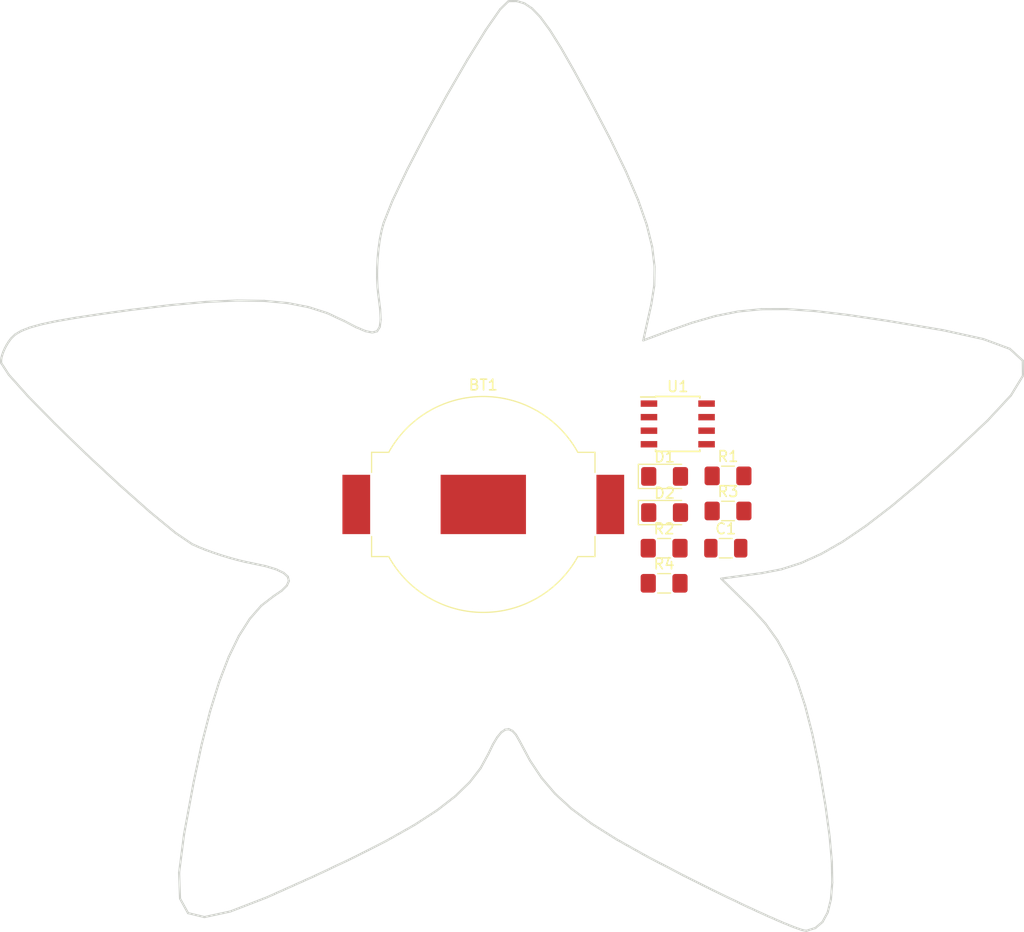
<source format=kicad_pcb>
(kicad_pcb (version 20171130) (host pcbnew 5.1.2-f72e74a~84~ubuntu18.04.1)

  (general
    (thickness 1.6)
    (drawings 216)
    (tracks 0)
    (zones 0)
    (modules 9)
    (nets 9)
  )

  (page A4)
  (layers
    (0 Top signal)
    (31 Bottom signal)
    (34 B.Paste user)
    (35 F.Paste user)
    (36 B.SilkS user)
    (37 F.SilkS user)
    (38 B.Mask user)
    (39 F.Mask user)
    (40 Dwgs.User user)
    (41 Cmts.User user)
    (42 Eco1.User user)
    (43 Eco2.User user)
    (44 Edge.Cuts user)
    (45 Margin user)
    (46 B.CrtYd user hide)
    (47 F.CrtYd user hide)
  )

  (setup
    (last_trace_width 0.1524)
    (user_trace_width 0.2032)
    (user_trace_width 0.4)
    (user_trace_width 0.5)
    (user_trace_width 0.6096)
    (user_trace_width 0.8)
    (user_trace_width 1)
    (user_trace_width 2)
    (trace_clearance 0.1524)
    (zone_clearance 0.508)
    (zone_45_only no)
    (trace_min 0.1524)
    (via_size 0.508)
    (via_drill 0.254)
    (via_min_size 0.508)
    (via_min_drill 0.254)
    (uvia_size 0.508)
    (uvia_drill 0.254)
    (uvias_allowed no)
    (uvia_min_size 0.2)
    (uvia_min_drill 0.1)
    (edge_width 0.15)
    (segment_width 0.2)
    (pcb_text_width 0.3)
    (pcb_text_size 1.5 1.5)
    (mod_edge_width 0.15)
    (mod_text_size 1 1)
    (mod_text_width 0.15)
    (pad_size 3.5 3.5)
    (pad_drill 3)
    (pad_to_mask_clearance 0.0762)
    (solder_mask_min_width 0.1016)
    (pad_to_paste_clearance -0.0762)
    (aux_axis_origin 0 0)
    (visible_elements FFFFFF7F)
    (pcbplotparams
      (layerselection 0x010fc_ffffffff)
      (usegerberextensions false)
      (usegerberattributes false)
      (usegerberadvancedattributes false)
      (creategerberjobfile false)
      (excludeedgelayer true)
      (linewidth 0.100000)
      (plotframeref false)
      (viasonmask false)
      (mode 1)
      (useauxorigin false)
      (hpglpennumber 1)
      (hpglpenspeed 20)
      (hpglpendiameter 15.000000)
      (psnegative false)
      (psa4output false)
      (plotreference true)
      (plotvalue true)
      (plotinvisibletext false)
      (padsonsilk false)
      (subtractmaskfromsilk false)
      (outputformat 1)
      (mirror false)
      (drillshape 1)
      (scaleselection 1)
      (outputdirectory ""))
  )

  (net 0 "")
  (net 1 +3V3)
  (net 2 GND)
  (net 3 "Net-(C1-Pad2)")
  (net 4 "Net-(D1-Pad2)")
  (net 5 "Net-(D1-Pad1)")
  (net 6 "Net-(D2-Pad1)")
  (net 7 "Net-(R1-Pad2)")
  (net 8 "Net-(U1-Pad5)")

  (net_class Default "This is the default net class."
    (clearance 0.1524)
    (trace_width 0.1524)
    (via_dia 0.508)
    (via_drill 0.254)
    (uvia_dia 0.508)
    (uvia_drill 0.254)
    (diff_pair_width 0.1524)
    (diff_pair_gap 0.1524)
    (add_net +3V3)
    (add_net GND)
    (add_net "Net-(C1-Pad2)")
    (add_net "Net-(D1-Pad1)")
    (add_net "Net-(D1-Pad2)")
    (add_net "Net-(D2-Pad1)")
    (add_net "Net-(R1-Pad2)")
    (add_net "Net-(U1-Pad5)")
  )

  (module Package_SO:SOIC-8_3.9x4.9mm_P1.27mm (layer Top) (tedit 5A02F2D3) (tstamp 5CE1B7F7)
    (at 167.455 87.701893)
    (descr "8-Lead Plastic Small Outline (SN) - Narrow, 3.90 mm Body [SOIC] (see Microchip Packaging Specification http://ww1.microchip.com/downloads/en/PackagingSpec/00000049BQ.pdf)")
    (tags "SOIC 1.27")
    (path /5CB43957)
    (attr smd)
    (fp_text reference U1 (at 0 -3.5) (layer F.SilkS)
      (effects (font (size 1 1) (thickness 0.15)))
    )
    (fp_text value LM555 (at 0 3.5) (layer F.Fab)
      (effects (font (size 1 1) (thickness 0.15)))
    )
    (fp_line (start -2.075 -2.525) (end -3.475 -2.525) (layer F.SilkS) (width 0.15))
    (fp_line (start -2.075 2.575) (end 2.075 2.575) (layer F.SilkS) (width 0.15))
    (fp_line (start -2.075 -2.575) (end 2.075 -2.575) (layer F.SilkS) (width 0.15))
    (fp_line (start -2.075 2.575) (end -2.075 2.43) (layer F.SilkS) (width 0.15))
    (fp_line (start 2.075 2.575) (end 2.075 2.43) (layer F.SilkS) (width 0.15))
    (fp_line (start 2.075 -2.575) (end 2.075 -2.43) (layer F.SilkS) (width 0.15))
    (fp_line (start -2.075 -2.575) (end -2.075 -2.525) (layer F.SilkS) (width 0.15))
    (fp_line (start -3.73 2.7) (end 3.73 2.7) (layer F.CrtYd) (width 0.05))
    (fp_line (start -3.73 -2.7) (end 3.73 -2.7) (layer F.CrtYd) (width 0.05))
    (fp_line (start 3.73 -2.7) (end 3.73 2.7) (layer F.CrtYd) (width 0.05))
    (fp_line (start -3.73 -2.7) (end -3.73 2.7) (layer F.CrtYd) (width 0.05))
    (fp_line (start -1.95 -1.45) (end -0.95 -2.45) (layer F.Fab) (width 0.1))
    (fp_line (start -1.95 2.45) (end -1.95 -1.45) (layer F.Fab) (width 0.1))
    (fp_line (start 1.95 2.45) (end -1.95 2.45) (layer F.Fab) (width 0.1))
    (fp_line (start 1.95 -2.45) (end 1.95 2.45) (layer F.Fab) (width 0.1))
    (fp_line (start -0.95 -2.45) (end 1.95 -2.45) (layer F.Fab) (width 0.1))
    (fp_text user %R (at 0 0) (layer F.Fab)
      (effects (font (size 1 1) (thickness 0.15)))
    )
    (pad 8 smd rect (at 2.7 -1.905) (size 1.55 0.6) (layers Top F.Paste F.Mask)
      (net 1 +3V3))
    (pad 7 smd rect (at 2.7 -0.635) (size 1.55 0.6) (layers Top F.Paste F.Mask)
      (net 7 "Net-(R1-Pad2)"))
    (pad 6 smd rect (at 2.7 0.635) (size 1.55 0.6) (layers Top F.Paste F.Mask)
      (net 3 "Net-(C1-Pad2)"))
    (pad 5 smd rect (at 2.7 1.905) (size 1.55 0.6) (layers Top F.Paste F.Mask)
      (net 8 "Net-(U1-Pad5)"))
    (pad 4 smd rect (at -2.7 1.905) (size 1.55 0.6) (layers Top F.Paste F.Mask)
      (net 1 +3V3))
    (pad 3 smd rect (at -2.7 0.635) (size 1.55 0.6) (layers Top F.Paste F.Mask)
      (net 5 "Net-(D1-Pad1)"))
    (pad 2 smd rect (at -2.7 -0.635) (size 1.55 0.6) (layers Top F.Paste F.Mask)
      (net 3 "Net-(C1-Pad2)"))
    (pad 1 smd rect (at -2.7 -1.905) (size 1.55 0.6) (layers Top F.Paste F.Mask)
      (net 2 GND))
    (model ${KISYS3DMOD}/Package_SO.3dshapes/SOIC-8_3.9x4.9mm_P1.27mm.wrl
      (at (xyz 0 0 0))
      (scale (xyz 1 1 1))
      (rotate (xyz 0 0 0))
    )
  )

  (module Resistor_SMD:R_1206_3216Metric_Pad1.42x1.75mm_HandSolder (layer Top) (tedit 5B301BBD) (tstamp 5CE1B7DA)
    (at 166.175 102.641893)
    (descr "Resistor SMD 1206 (3216 Metric), square (rectangular) end terminal, IPC_7351 nominal with elongated pad for handsoldering. (Body size source: http://www.tortai-tech.com/upload/download/2011102023233369053.pdf), generated with kicad-footprint-generator")
    (tags "resistor handsolder")
    (path /5CB50108)
    (attr smd)
    (fp_text reference R4 (at 0 -1.82) (layer F.SilkS)
      (effects (font (size 1 1) (thickness 0.15)))
    )
    (fp_text value 1k (at 0 1.82) (layer F.Fab)
      (effects (font (size 1 1) (thickness 0.15)))
    )
    (fp_text user %R (at 0 0) (layer F.Fab)
      (effects (font (size 0.8 0.8) (thickness 0.12)))
    )
    (fp_line (start 2.45 1.12) (end -2.45 1.12) (layer F.CrtYd) (width 0.05))
    (fp_line (start 2.45 -1.12) (end 2.45 1.12) (layer F.CrtYd) (width 0.05))
    (fp_line (start -2.45 -1.12) (end 2.45 -1.12) (layer F.CrtYd) (width 0.05))
    (fp_line (start -2.45 1.12) (end -2.45 -1.12) (layer F.CrtYd) (width 0.05))
    (fp_line (start -0.602064 0.91) (end 0.602064 0.91) (layer F.SilkS) (width 0.12))
    (fp_line (start -0.602064 -0.91) (end 0.602064 -0.91) (layer F.SilkS) (width 0.12))
    (fp_line (start 1.6 0.8) (end -1.6 0.8) (layer F.Fab) (width 0.1))
    (fp_line (start 1.6 -0.8) (end 1.6 0.8) (layer F.Fab) (width 0.1))
    (fp_line (start -1.6 -0.8) (end 1.6 -0.8) (layer F.Fab) (width 0.1))
    (fp_line (start -1.6 0.8) (end -1.6 -0.8) (layer F.Fab) (width 0.1))
    (pad 2 smd roundrect (at 1.4875 0) (size 1.425 1.75) (layers Top F.Paste F.Mask) (roundrect_rratio 0.175439)
      (net 2 GND))
    (pad 1 smd roundrect (at -1.4875 0) (size 1.425 1.75) (layers Top F.Paste F.Mask) (roundrect_rratio 0.175439)
      (net 6 "Net-(D2-Pad1)"))
    (model ${KISYS3DMOD}/Resistor_SMD.3dshapes/R_1206_3216Metric.wrl
      (at (xyz 0 0 0))
      (scale (xyz 1 1 1))
      (rotate (xyz 0 0 0))
    )
  )

  (module Resistor_SMD:R_1206_3216Metric_Pad1.42x1.75mm_HandSolder (layer Top) (tedit 5B301BBD) (tstamp 5CE1B7C9)
    (at 172.165 95.861893)
    (descr "Resistor SMD 1206 (3216 Metric), square (rectangular) end terminal, IPC_7351 nominal with elongated pad for handsoldering. (Body size source: http://www.tortai-tech.com/upload/download/2011102023233369053.pdf), generated with kicad-footprint-generator")
    (tags "resistor handsolder")
    (path /5CB4F2EF)
    (attr smd)
    (fp_text reference R3 (at 0 -1.82) (layer F.SilkS)
      (effects (font (size 1 1) (thickness 0.15)))
    )
    (fp_text value 1k (at 0 1.82) (layer F.Fab)
      (effects (font (size 1 1) (thickness 0.15)))
    )
    (fp_text user %R (at 0 0) (layer F.Fab)
      (effects (font (size 0.8 0.8) (thickness 0.12)))
    )
    (fp_line (start 2.45 1.12) (end -2.45 1.12) (layer F.CrtYd) (width 0.05))
    (fp_line (start 2.45 -1.12) (end 2.45 1.12) (layer F.CrtYd) (width 0.05))
    (fp_line (start -2.45 -1.12) (end 2.45 -1.12) (layer F.CrtYd) (width 0.05))
    (fp_line (start -2.45 1.12) (end -2.45 -1.12) (layer F.CrtYd) (width 0.05))
    (fp_line (start -0.602064 0.91) (end 0.602064 0.91) (layer F.SilkS) (width 0.12))
    (fp_line (start -0.602064 -0.91) (end 0.602064 -0.91) (layer F.SilkS) (width 0.12))
    (fp_line (start 1.6 0.8) (end -1.6 0.8) (layer F.Fab) (width 0.1))
    (fp_line (start 1.6 -0.8) (end 1.6 0.8) (layer F.Fab) (width 0.1))
    (fp_line (start -1.6 -0.8) (end 1.6 -0.8) (layer F.Fab) (width 0.1))
    (fp_line (start -1.6 0.8) (end -1.6 -0.8) (layer F.Fab) (width 0.1))
    (pad 2 smd roundrect (at 1.4875 0) (size 1.425 1.75) (layers Top F.Paste F.Mask) (roundrect_rratio 0.175439)
      (net 4 "Net-(D1-Pad2)"))
    (pad 1 smd roundrect (at -1.4875 0) (size 1.425 1.75) (layers Top F.Paste F.Mask) (roundrect_rratio 0.175439)
      (net 1 +3V3))
    (model ${KISYS3DMOD}/Resistor_SMD.3dshapes/R_1206_3216Metric.wrl
      (at (xyz 0 0 0))
      (scale (xyz 1 1 1))
      (rotate (xyz 0 0 0))
    )
  )

  (module Resistor_SMD:R_1206_3216Metric_Pad1.42x1.75mm_HandSolder (layer Top) (tedit 5B301BBD) (tstamp 5CE1B7B8)
    (at 166.175 99.351893)
    (descr "Resistor SMD 1206 (3216 Metric), square (rectangular) end terminal, IPC_7351 nominal with elongated pad for handsoldering. (Body size source: http://www.tortai-tech.com/upload/download/2011102023233369053.pdf), generated with kicad-footprint-generator")
    (tags "resistor handsolder")
    (path /5CB50538)
    (attr smd)
    (fp_text reference R2 (at 0 -1.82) (layer F.SilkS)
      (effects (font (size 1 1) (thickness 0.15)))
    )
    (fp_text value 10k (at 0 1.82) (layer F.Fab)
      (effects (font (size 1 1) (thickness 0.15)))
    )
    (fp_text user %R (at 0 0) (layer F.Fab)
      (effects (font (size 0.8 0.8) (thickness 0.12)))
    )
    (fp_line (start 2.45 1.12) (end -2.45 1.12) (layer F.CrtYd) (width 0.05))
    (fp_line (start 2.45 -1.12) (end 2.45 1.12) (layer F.CrtYd) (width 0.05))
    (fp_line (start -2.45 -1.12) (end 2.45 -1.12) (layer F.CrtYd) (width 0.05))
    (fp_line (start -2.45 1.12) (end -2.45 -1.12) (layer F.CrtYd) (width 0.05))
    (fp_line (start -0.602064 0.91) (end 0.602064 0.91) (layer F.SilkS) (width 0.12))
    (fp_line (start -0.602064 -0.91) (end 0.602064 -0.91) (layer F.SilkS) (width 0.12))
    (fp_line (start 1.6 0.8) (end -1.6 0.8) (layer F.Fab) (width 0.1))
    (fp_line (start 1.6 -0.8) (end 1.6 0.8) (layer F.Fab) (width 0.1))
    (fp_line (start -1.6 -0.8) (end 1.6 -0.8) (layer F.Fab) (width 0.1))
    (fp_line (start -1.6 0.8) (end -1.6 -0.8) (layer F.Fab) (width 0.1))
    (pad 2 smd roundrect (at 1.4875 0) (size 1.425 1.75) (layers Top F.Paste F.Mask) (roundrect_rratio 0.175439)
      (net 3 "Net-(C1-Pad2)"))
    (pad 1 smd roundrect (at -1.4875 0) (size 1.425 1.75) (layers Top F.Paste F.Mask) (roundrect_rratio 0.175439)
      (net 7 "Net-(R1-Pad2)"))
    (model ${KISYS3DMOD}/Resistor_SMD.3dshapes/R_1206_3216Metric.wrl
      (at (xyz 0 0 0))
      (scale (xyz 1 1 1))
      (rotate (xyz 0 0 0))
    )
  )

  (module Resistor_SMD:R_1206_3216Metric_Pad1.42x1.75mm_HandSolder (layer Top) (tedit 5B301BBD) (tstamp 5CE1B7A7)
    (at 172.165 92.571893)
    (descr "Resistor SMD 1206 (3216 Metric), square (rectangular) end terminal, IPC_7351 nominal with elongated pad for handsoldering. (Body size source: http://www.tortai-tech.com/upload/download/2011102023233369053.pdf), generated with kicad-footprint-generator")
    (tags "resistor handsolder")
    (path /5CB50B08)
    (attr smd)
    (fp_text reference R1 (at 0 -1.82) (layer F.SilkS)
      (effects (font (size 1 1) (thickness 0.15)))
    )
    (fp_text value 1k (at 0 1.82) (layer F.Fab)
      (effects (font (size 1 1) (thickness 0.15)))
    )
    (fp_text user %R (at 0 0) (layer F.Fab)
      (effects (font (size 0.8 0.8) (thickness 0.12)))
    )
    (fp_line (start 2.45 1.12) (end -2.45 1.12) (layer F.CrtYd) (width 0.05))
    (fp_line (start 2.45 -1.12) (end 2.45 1.12) (layer F.CrtYd) (width 0.05))
    (fp_line (start -2.45 -1.12) (end 2.45 -1.12) (layer F.CrtYd) (width 0.05))
    (fp_line (start -2.45 1.12) (end -2.45 -1.12) (layer F.CrtYd) (width 0.05))
    (fp_line (start -0.602064 0.91) (end 0.602064 0.91) (layer F.SilkS) (width 0.12))
    (fp_line (start -0.602064 -0.91) (end 0.602064 -0.91) (layer F.SilkS) (width 0.12))
    (fp_line (start 1.6 0.8) (end -1.6 0.8) (layer F.Fab) (width 0.1))
    (fp_line (start 1.6 -0.8) (end 1.6 0.8) (layer F.Fab) (width 0.1))
    (fp_line (start -1.6 -0.8) (end 1.6 -0.8) (layer F.Fab) (width 0.1))
    (fp_line (start -1.6 0.8) (end -1.6 -0.8) (layer F.Fab) (width 0.1))
    (pad 2 smd roundrect (at 1.4875 0) (size 1.425 1.75) (layers Top F.Paste F.Mask) (roundrect_rratio 0.175439)
      (net 7 "Net-(R1-Pad2)"))
    (pad 1 smd roundrect (at -1.4875 0) (size 1.425 1.75) (layers Top F.Paste F.Mask) (roundrect_rratio 0.175439)
      (net 1 +3V3))
    (model ${KISYS3DMOD}/Resistor_SMD.3dshapes/R_1206_3216Metric.wrl
      (at (xyz 0 0 0))
      (scale (xyz 1 1 1))
      (rotate (xyz 0 0 0))
    )
  )

  (module LED_SMD:LED_1206_3216Metric_Pad1.42x1.75mm_HandSolder (layer Top) (tedit 5B4B45C9) (tstamp 5CE1B796)
    (at 166.22 96.011893)
    (descr "LED SMD 1206 (3216 Metric), square (rectangular) end terminal, IPC_7351 nominal, (Body size source: http://www.tortai-tech.com/upload/download/2011102023233369053.pdf), generated with kicad-footprint-generator")
    (tags "LED handsolder")
    (path /5CB5226B)
    (attr smd)
    (fp_text reference D2 (at 0 -1.82) (layer F.SilkS)
      (effects (font (size 1 1) (thickness 0.15)))
    )
    (fp_text value LED (at 0 1.82) (layer F.Fab)
      (effects (font (size 1 1) (thickness 0.15)))
    )
    (fp_text user %R (at 0 0) (layer F.Fab)
      (effects (font (size 0.8 0.8) (thickness 0.12)))
    )
    (fp_line (start 2.45 1.12) (end -2.45 1.12) (layer F.CrtYd) (width 0.05))
    (fp_line (start 2.45 -1.12) (end 2.45 1.12) (layer F.CrtYd) (width 0.05))
    (fp_line (start -2.45 -1.12) (end 2.45 -1.12) (layer F.CrtYd) (width 0.05))
    (fp_line (start -2.45 1.12) (end -2.45 -1.12) (layer F.CrtYd) (width 0.05))
    (fp_line (start -2.46 1.135) (end 1.6 1.135) (layer F.SilkS) (width 0.12))
    (fp_line (start -2.46 -1.135) (end -2.46 1.135) (layer F.SilkS) (width 0.12))
    (fp_line (start 1.6 -1.135) (end -2.46 -1.135) (layer F.SilkS) (width 0.12))
    (fp_line (start 1.6 0.8) (end 1.6 -0.8) (layer F.Fab) (width 0.1))
    (fp_line (start -1.6 0.8) (end 1.6 0.8) (layer F.Fab) (width 0.1))
    (fp_line (start -1.6 -0.4) (end -1.6 0.8) (layer F.Fab) (width 0.1))
    (fp_line (start -1.2 -0.8) (end -1.6 -0.4) (layer F.Fab) (width 0.1))
    (fp_line (start 1.6 -0.8) (end -1.2 -0.8) (layer F.Fab) (width 0.1))
    (pad 2 smd roundrect (at 1.4875 0) (size 1.425 1.75) (layers Top F.Paste F.Mask) (roundrect_rratio 0.175439)
      (net 5 "Net-(D1-Pad1)"))
    (pad 1 smd roundrect (at -1.4875 0) (size 1.425 1.75) (layers Top F.Paste F.Mask) (roundrect_rratio 0.175439)
      (net 6 "Net-(D2-Pad1)"))
    (model ${KISYS3DMOD}/LED_SMD.3dshapes/LED_1206_3216Metric.wrl
      (at (xyz 0 0 0))
      (scale (xyz 1 1 1))
      (rotate (xyz 0 0 0))
    )
  )

  (module LED_SMD:LED_1206_3216Metric_Pad1.42x1.75mm_HandSolder (layer Top) (tedit 5B4B45C9) (tstamp 5CE1B783)
    (at 166.22 92.621893)
    (descr "LED SMD 1206 (3216 Metric), square (rectangular) end terminal, IPC_7351 nominal, (Body size source: http://www.tortai-tech.com/upload/download/2011102023233369053.pdf), generated with kicad-footprint-generator")
    (tags "LED handsolder")
    (path /5CB5169F)
    (attr smd)
    (fp_text reference D1 (at 0 -1.82) (layer F.SilkS)
      (effects (font (size 1 1) (thickness 0.15)))
    )
    (fp_text value LED (at 0 1.82) (layer F.Fab)
      (effects (font (size 1 1) (thickness 0.15)))
    )
    (fp_text user %R (at 0 0) (layer F.Fab)
      (effects (font (size 0.8 0.8) (thickness 0.12)))
    )
    (fp_line (start 2.45 1.12) (end -2.45 1.12) (layer F.CrtYd) (width 0.05))
    (fp_line (start 2.45 -1.12) (end 2.45 1.12) (layer F.CrtYd) (width 0.05))
    (fp_line (start -2.45 -1.12) (end 2.45 -1.12) (layer F.CrtYd) (width 0.05))
    (fp_line (start -2.45 1.12) (end -2.45 -1.12) (layer F.CrtYd) (width 0.05))
    (fp_line (start -2.46 1.135) (end 1.6 1.135) (layer F.SilkS) (width 0.12))
    (fp_line (start -2.46 -1.135) (end -2.46 1.135) (layer F.SilkS) (width 0.12))
    (fp_line (start 1.6 -1.135) (end -2.46 -1.135) (layer F.SilkS) (width 0.12))
    (fp_line (start 1.6 0.8) (end 1.6 -0.8) (layer F.Fab) (width 0.1))
    (fp_line (start -1.6 0.8) (end 1.6 0.8) (layer F.Fab) (width 0.1))
    (fp_line (start -1.6 -0.4) (end -1.6 0.8) (layer F.Fab) (width 0.1))
    (fp_line (start -1.2 -0.8) (end -1.6 -0.4) (layer F.Fab) (width 0.1))
    (fp_line (start 1.6 -0.8) (end -1.2 -0.8) (layer F.Fab) (width 0.1))
    (pad 2 smd roundrect (at 1.4875 0) (size 1.425 1.75) (layers Top F.Paste F.Mask) (roundrect_rratio 0.175439)
      (net 4 "Net-(D1-Pad2)"))
    (pad 1 smd roundrect (at -1.4875 0) (size 1.425 1.75) (layers Top F.Paste F.Mask) (roundrect_rratio 0.175439)
      (net 5 "Net-(D1-Pad1)"))
    (model ${KISYS3DMOD}/LED_SMD.3dshapes/LED_1206_3216Metric.wrl
      (at (xyz 0 0 0))
      (scale (xyz 1 1 1))
      (rotate (xyz 0 0 0))
    )
  )

  (module Capacitor_SMD:C_1206_3216Metric (layer Top) (tedit 5B301BBE) (tstamp 5CE1B770)
    (at 171.955 99.351893)
    (descr "Capacitor SMD 1206 (3216 Metric), square (rectangular) end terminal, IPC_7351 nominal, (Body size source: http://www.tortai-tech.com/upload/download/2011102023233369053.pdf), generated with kicad-footprint-generator")
    (tags capacitor)
    (path /5CB532FA)
    (attr smd)
    (fp_text reference C1 (at 0 -1.82) (layer F.SilkS)
      (effects (font (size 1 1) (thickness 0.15)))
    )
    (fp_text value 10uF (at 0 1.82) (layer F.Fab)
      (effects (font (size 1 1) (thickness 0.15)))
    )
    (fp_text user %R (at 0 0) (layer F.Fab)
      (effects (font (size 0.8 0.8) (thickness 0.12)))
    )
    (fp_line (start 2.28 1.12) (end -2.28 1.12) (layer F.CrtYd) (width 0.05))
    (fp_line (start 2.28 -1.12) (end 2.28 1.12) (layer F.CrtYd) (width 0.05))
    (fp_line (start -2.28 -1.12) (end 2.28 -1.12) (layer F.CrtYd) (width 0.05))
    (fp_line (start -2.28 1.12) (end -2.28 -1.12) (layer F.CrtYd) (width 0.05))
    (fp_line (start -0.602064 0.91) (end 0.602064 0.91) (layer F.SilkS) (width 0.12))
    (fp_line (start -0.602064 -0.91) (end 0.602064 -0.91) (layer F.SilkS) (width 0.12))
    (fp_line (start 1.6 0.8) (end -1.6 0.8) (layer F.Fab) (width 0.1))
    (fp_line (start 1.6 -0.8) (end 1.6 0.8) (layer F.Fab) (width 0.1))
    (fp_line (start -1.6 -0.8) (end 1.6 -0.8) (layer F.Fab) (width 0.1))
    (fp_line (start -1.6 0.8) (end -1.6 -0.8) (layer F.Fab) (width 0.1))
    (pad 2 smd roundrect (at 1.4 0) (size 1.25 1.75) (layers Top F.Paste F.Mask) (roundrect_rratio 0.2)
      (net 3 "Net-(C1-Pad2)"))
    (pad 1 smd roundrect (at -1.4 0) (size 1.25 1.75) (layers Top F.Paste F.Mask) (roundrect_rratio 0.2)
      (net 2 GND))
    (model ${KISYS3DMOD}/Capacitor_SMD.3dshapes/C_1206_3216Metric.wrl
      (at (xyz 0 0 0))
      (scale (xyz 1 1 1))
      (rotate (xyz 0 0 0))
    )
  )

  (module Battery:BatteryHolder_MPD_BC2003_1x2032 (layer Top) (tedit 5AED2918) (tstamp 5CE1B75F)
    (at 149.225 95.25)
    (descr http://www.memoryprotectiondevices.com/datasheets/BC-2003-datasheet.pdf)
    (tags "BC2003 CR2032 2032 Battery Holder")
    (path /5CB57B92)
    (attr smd)
    (fp_text reference BT1 (at 0 -11.2) (layer F.SilkS)
      (effects (font (size 1 1) (thickness 0.15)))
    )
    (fp_text value Battery_Cell (at 0 11.2) (layer F.Fab)
      (effects (font (size 1 1) (thickness 0.15)))
    )
    (fp_arc (start 0 0) (end -8.86291 4.885) (angle -122.3) (layer F.SilkS) (width 0.12))
    (fp_arc (start 0 0) (end 8.86291 -4.885) (angle -122.2752329) (layer F.SilkS) (width 0.12))
    (fp_arc (start 0 0) (end -8.94 5.01) (angle -121.3) (layer F.CrtYd) (width 0.05))
    (fp_line (start -10.6 5.01) (end -8.94 5.01) (layer F.CrtYd) (width 0.05))
    (fp_line (start -10.6 5.01) (end -10.6 3.03) (layer F.CrtYd) (width 0.05))
    (fp_line (start -13.45 3.03) (end -10.6 3.03) (layer F.CrtYd) (width 0.05))
    (fp_line (start -13.45 -3.03) (end -13.45 3.03) (layer F.CrtYd) (width 0.05))
    (fp_line (start -10.6 -3.03) (end -13.45 -3.03) (layer F.CrtYd) (width 0.05))
    (fp_line (start -10.6 -5.01) (end -10.6 -3.03) (layer F.CrtYd) (width 0.05))
    (fp_line (start -8.94 -5.01) (end -10.6 -5.01) (layer F.CrtYd) (width 0.05))
    (fp_line (start 8.94 5.01) (end 10.6 5.01) (layer F.CrtYd) (width 0.05))
    (fp_arc (start 0 0) (end 8.94 -5.01) (angle -121.4) (layer F.CrtYd) (width 0.05))
    (fp_line (start 10.6 5.01) (end 10.6 3.03) (layer F.CrtYd) (width 0.05))
    (fp_line (start 10.6 3.03) (end 13.45 3.03) (layer F.CrtYd) (width 0.05))
    (fp_line (start 13.45 -3.03) (end 13.45 3.03) (layer F.CrtYd) (width 0.05))
    (fp_line (start 10.6 -3.03) (end 13.45 -3.03) (layer F.CrtYd) (width 0.05))
    (fp_line (start 10.6 -5.01) (end 10.6 -3.03) (layer F.CrtYd) (width 0.05))
    (fp_line (start 8.94 -5.01) (end 10.6 -5.01) (layer F.CrtYd) (width 0.05))
    (fp_line (start 10.47 4.885) (end 8.86291 4.885) (layer F.SilkS) (width 0.12))
    (fp_line (start -10.47 4.885) (end -8.86291 4.885) (layer F.SilkS) (width 0.12))
    (fp_line (start 10.47 -4.885) (end 8.86291 -4.885) (layer F.SilkS) (width 0.12))
    (fp_line (start 10.47 3) (end 10.47 4.885) (layer F.SilkS) (width 0.12))
    (fp_line (start -10.47 3) (end -10.47 4.885) (layer F.SilkS) (width 0.12))
    (fp_line (start 10.47 -3) (end 10.47 -4.885) (layer F.SilkS) (width 0.12))
    (fp_line (start -10.47 -3) (end -10.47 -4.885) (layer F.SilkS) (width 0.12))
    (fp_line (start -10.47 -4.885) (end -8.86291 -4.885) (layer F.SilkS) (width 0.12))
    (fp_text user %R (at 0 0) (layer F.Fab)
      (effects (font (size 1 1) (thickness 0.15)))
    )
    (fp_line (start -12.7 -1.825) (end -12.7 1.825) (layer F.Fab) (width 0.1))
    (fp_line (start -12.7 1.825) (end -12 2.525) (layer F.Fab) (width 0.1))
    (fp_line (start -12.7 -1.825) (end -12 -2.525) (layer F.Fab) (width 0.1))
    (fp_line (start -10.35 2.525) (end -12 2.525) (layer F.Fab) (width 0.1))
    (fp_line (start -10.35 -2.525) (end -12 -2.525) (layer F.Fab) (width 0.1))
    (fp_line (start 12.7 -1.825) (end 12.7 1.825) (layer F.Fab) (width 0.1))
    (fp_line (start 12.7 1.825) (end 12 2.525) (layer F.Fab) (width 0.1))
    (fp_line (start 12.7 -1.825) (end 12 -2.525) (layer F.Fab) (width 0.1))
    (fp_line (start 10.35 -2.525) (end 12 -2.525) (layer F.Fab) (width 0.1))
    (fp_line (start 10.35 2.525) (end 12 2.525) (layer F.Fab) (width 0.1))
    (fp_line (start 10.35 4.765) (end 10.35 -4.765) (layer F.Fab) (width 0.1))
    (fp_line (start -10.35 4.765) (end -10.35 -4.765) (layer F.Fab) (width 0.1))
    (fp_line (start -10.35 -4.765) (end 10.35 -4.765) (layer F.Fab) (width 0.1))
    (fp_line (start -10.35 4.765) (end 10.35 4.765) (layer F.Fab) (width 0.1))
    (pad 1 smd rect (at -11.905 0) (size 2.6 5.56) (layers Top F.Paste F.Mask)
      (net 1 +3V3))
    (pad 1 smd rect (at 11.905 0) (size 2.6 5.56) (layers Top F.Paste F.Mask)
      (net 1 +3V3))
    (pad 2 smd rect (at 0 0) (size 8 5.56) (layers Top F.Paste F.Mask)
      (net 2 GND))
    (model ${KISYS3DMOD}/Battery.3dshapes/BatteryHolder_MPD_BC2003_1x2032.wrl
      (at (xyz 0 0 0))
      (scale (xyz 1 1 1))
      (rotate (xyz 0 0 0))
    )
  )

  (gr_line (start 104.741094 79.98668) (end 104.952337 79.69963) (layer Edge.Cuts) (width 0.2))
  (gr_line (start 112.015735 90.53334) (end 109.055972 87.66438) (layer Edge.Cuts) (width 0.2))
  (gr_line (start 142.78094 125.29023) (end 140.207863 126.746281) (layer Edge.Cuts) (width 0.2))
  (gr_line (start 148.973881 119.97039) (end 147.955 121.285) (layer Edge.Cuts) (width 0.2))
  (gr_line (start 139.607267 77.931141) (end 139.556447 76.93972) (layer Edge.Cuts) (width 0.2))
  (gr_line (start 137.139298 128.31308) (end 133.532469 130.02078) (layer Edge.Cuts) (width 0.2))
  (gr_line (start 172.478805 102.07215) (end 172.003272 102.13655) (layer Edge.Cuts) (width 0.2))
  (gr_line (start 150.132073 117.73877) (end 149.711154 118.61575) (layer Edge.Cuts) (width 0.2))
  (gr_line (start 130.333522 103.32842) (end 130.81157 102.85339) (layer Edge.Cuts) (width 0.2))
  (gr_line (start 165.009192 79.57886) (end 165.271335 79.48086) (layer Edge.Cuts) (width 0.2))
  (gr_line (start 168.085768 130.07597) (end 168.085755 130.07588) (layer Edge.Cuts) (width 0.2))
  (gr_line (start 180.32939 77.12109) (end 183.464314 77.49481) (layer Edge.Cuts) (width 0.2))
  (gr_line (start 134.594852 77.31298) (end 136.17515 78.04886) (layer Edge.Cuts) (width 0.2))
  (gr_line (start 164.484907 79.77506) (end 164.74705 79.67696) (layer Edge.Cuts) (width 0.2))
  (gr_line (start 172.201832 132.11431) (end 170.194148 131.13337) (layer Edge.Cuts) (width 0.2))
  (gr_line (start 198.687556 85.02447) (end 196.479507 87.40303) (layer Edge.Cuts) (width 0.2))
  (gr_line (start 139.518887 78.61567) (end 139.607267 77.931141) (layer Edge.Cuts) (width 0.2))
  (gr_line (start 123.158616 99.49085) (end 122.50234 99.22689) (layer Edge.Cuts) (width 0.2))
  (gr_line (start 176.784807 107.96897) (end 177.761406 109.73239) (layer Edge.Cuts) (width 0.2))
  (gr_line (start 119.919112 76.56141) (end 123.246172 76.26399) (layer Edge.Cuts) (width 0.2))
  (gr_line (start 196.112669 79.7519) (end 198.579767 80.66377) (layer Edge.Cuts) (width 0.2))
  (gr_line (start 106.719383 78.66678) (end 107.809195 78.36477) (layer Edge.Cuts) (width 0.2))
  (gr_line (start 179.39102 114.10673) (end 180.081985 116.81952) (layer Edge.Cuts) (width 0.2))
  (gr_line (start 166.319906 79.088461) (end 168.771443 78.2252) (layer Edge.Cuts) (width 0.2))
  (gr_line (start 164.411464 79.021441) (end 164.317114 79.4473) (layer Edge.Cuts) (width 0.2))
  (gr_line (start 161.083826 60.90881) (end 162.582066 64.00837) (layer Edge.Cuts) (width 0.2))
  (gr_line (start 142.115773 63.82095) (end 143.872724 60.42783) (layer Edge.Cuts) (width 0.2))
  (gr_line (start 174.38094 101.81455) (end 173.905406 101.87895) (layer Edge.Cuts) (width 0.2))
  (gr_line (start 181.938426 130.69056) (end 181.808891 132.27612) (layer Edge.Cuts) (width 0.2))
  (gr_line (start 150.909 116.61331) (end 150.530328 117.07172) (layer Edge.Cuts) (width 0.2))
  (gr_line (start 165.055981 71.09855) (end 165.283029 72.9782) (layer Edge.Cuts) (width 0.2))
  (gr_line (start 185.107474 97.24578) (end 182.916964 98.73498) (layer Edge.Cuts) (width 0.2))
  (gr_line (start 129.825516 101.33777) (end 128.844082 101.03907) (layer Edge.Cuts) (width 0.2))
  (gr_line (start 130.902335 102.02504) (end 130.51091 101.66536) (layer Edge.Cuts) (width 0.2))
  (gr_line (start 104.549707 80.29207) (end 104.741094 79.98668) (layer Edge.Cuts) (width 0.2))
  (gr_line (start 137.308324 78.63568) (end 138.186031 79.003311) (layer Edge.Cuts) (width 0.2))
  (gr_line (start 120.366197 97.90946) (end 117.983872 95.95288) (layer Edge.Cuts) (width 0.2))
  (gr_line (start 192.336392 78.91922) (end 196.112669 79.7519) (layer Edge.Cuts) (width 0.2))
  (gr_line (start 175.332007 101.68575) (end 174.856473 101.75015) (layer Edge.Cuts) (width 0.2))
  (gr_line (start 123.081376 133.92719) (end 121.549467 133.55407) (layer Edge.Cuts) (width 0.2))
  (gr_line (start 177.761406 109.73239) (end 178.623818 111.76133) (layer Edge.Cuts) (width 0.2))
  (gr_line (start 127.336463 105.9714) (end 128.418667 104.73346) (layer Edge.Cuts) (width 0.2))
  (gr_line (start 104.132514 81.22455) (end 104.241635 80.92038) (layer Edge.Cuts) (width 0.2))
  (gr_line (start 172.609768 103.2637) (end 172.970445 103.61795) (layer Edge.Cuts) (width 0.2))
  (gr_line (start 183.464314 77.49481) (end 187.194779 78.05074) (layer Edge.Cuts) (width 0.2))
  (gr_line (start 105.916083 78.98126) (end 106.719383 78.66678) (layer Edge.Cuts) (width 0.2))
  (gr_line (start 104.023016 81.76607) (end 104.05838 81.50957) (layer Edge.Cuts) (width 0.2))
  (gr_line (start 178.996294 100.74422) (end 177.158909 101.33161) (layer Edge.Cuts) (width 0.2))
  (gr_line (start 168.08574 130.07578) (end 168.085725 130.07568) (layer Edge.Cuts) (width 0.2))
  (gr_line (start 190.216911 93.12984) (end 187.522919 95.38862) (layer Edge.Cuts) (width 0.2))
  (gr_line (start 124.630504 100.00419) (end 123.875707 99.7524) (layer Edge.Cuts) (width 0.2))
  (gr_line (start 168.085695 130.07549) (end 168.085681 130.07539) (layer Edge.Cuts) (width 0.2))
  (gr_line (start 128.418667 104.73346) (end 129.569792 103.84828) (layer Edge.Cuts) (width 0.2))
  (gr_line (start 174.061978 132.9978) (end 172.201832 132.11431) (layer Edge.Cuts) (width 0.2))
  (gr_line (start 149.711154 118.61575) (end 148.973881 119.97039) (layer Edge.Cuts) (width 0.2))
  (gr_line (start 152.353016 48.06418) (end 153.071877 48.27468) (layer Edge.Cuts) (width 0.2))
  (gr_line (start 125.399895 100.23883) (end 124.630504 100.00419) (layer Edge.Cuts) (width 0.2))
  (gr_line (start 128.956168 132.07201) (end 125.511373 133.40365) (layer Edge.Cuts) (width 0.2))
  (gr_line (start 165.283029 72.9782) (end 165.249289 74.7422) (layer Edge.Cuts) (width 0.2))
  (gr_line (start 177.152234 134.38813) (end 175.727731 133.76277) (layer Edge.Cuts) (width 0.2))
  (gr_line (start 180.897775 99.8899) (end 178.996294 100.74422) (layer Edge.Cuts) (width 0.2))
  (gr_line (start 125.362958 109.54252) (end 126.319215 107.57135) (layer Edge.Cuts) (width 0.2))
  (gr_line (start 139.268154 74.00084) (end 139.273154 73.10507) (layer Edge.Cuts) (width 0.2))
  (gr_line (start 180.358227 134.948591) (end 179.509669 135.215811) (layer Edge.Cuts) (width 0.2))
  (gr_line (start 168.771443 78.2252) (end 170.992848 77.585201) (layer Edge.Cuts) (width 0.2))
  (gr_line (start 104.38196 80.60643) (end 104.549707 80.29207) (layer Edge.Cuts) (width 0.2))
  (gr_line (start 196.479507 87.40303) (end 193.243064 90.43574) (layer Edge.Cuts) (width 0.2))
  (gr_line (start 173.121734 77.16163) (end 175.295711 76.94764) (layer Edge.Cuts) (width 0.2))
  (gr_line (start 104.952337 79.69963) (end 105.345124 79.32121) (layer Edge.Cuts) (width 0.2))
  (gr_line (start 181.808891 132.27612) (end 181.504542 133.50008) (layer Edge.Cuts) (width 0.2))
  (gr_line (start 104.030206 81.98468) (end 104.023016 81.76607) (layer Edge.Cuts) (width 0.2))
  (gr_line (start 153.60536 119.25466) (end 152.616361 117.40603) (layer Edge.Cuts) (width 0.2))
  (gr_line (start 180.715689 119.95064) (end 181.311107 123.55102) (layer Edge.Cuts) (width 0.2))
  (gr_line (start 175.675047 106.42013) (end 176.784807 107.96897) (layer Edge.Cuts) (width 0.2))
  (gr_line (start 123.246172 76.26399) (end 126.150718 76.13206) (layer Edge.Cuts) (width 0.2))
  (gr_line (start 187.522919 95.38862) (end 185.107474 97.24578) (layer Edge.Cuts) (width 0.2))
  (gr_line (start 181.022086 134.38379) (end 180.358227 134.948591) (layer Edge.Cuts) (width 0.2))
  (gr_line (start 181.68624 126.34935) (end 181.896446 128.72209) (layer Edge.Cuts) (width 0.2))
  (gr_line (start 123.875707 99.7524) (end 123.158616 99.49085) (layer Edge.Cuts) (width 0.2))
  (gr_line (start 164.883214 76.89213) (end 164.788864 77.31799) (layer Edge.Cuts) (width 0.2))
  (gr_line (start 172.970445 103.61795) (end 173.331122 103.9722) (layer Edge.Cuts) (width 0.2))
  (gr_line (start 157.733598 54.59513) (end 159.210779 57.31494) (layer Edge.Cuts) (width 0.2))
  (gr_line (start 107.809195 78.36477) (end 109.239691 78.06224) (layer Edge.Cuts) (width 0.2))
  (gr_line (start 172.249092 102.90945) (end 172.609768 103.2637) (layer Edge.Cuts) (width 0.2))
  (gr_line (start 139.389684 75.62386) (end 139.306314 74.84965) (layer Edge.Cuts) (width 0.2))
  (gr_line (start 159.210779 57.31494) (end 161.083826 60.90881) (layer Edge.Cuts) (width 0.2))
  (gr_line (start 123.617555 114.63554) (end 124.463727 111.89418) (layer Edge.Cuts) (width 0.2))
  (gr_line (start 178.623818 111.76133) (end 179.39102 114.10673) (layer Edge.Cuts) (width 0.2))
  (gr_line (start 164.222764 79.87316) (end 164.484907 79.77506) (layer Edge.Cuts) (width 0.2))
  (gr_line (start 181.896446 128.72209) (end 181.938426 130.69056) (layer Edge.Cuts) (width 0.2))
  (gr_line (start 146.611733 122.58974) (end 144.901305 123.91477) (layer Edge.Cuts) (width 0.2))
  (gr_line (start 164.788864 77.31799) (end 164.694514 77.74385) (layer Edge.Cuts) (width 0.2))
  (gr_line (start 143.872724 60.42783) (end 145.806554 56.90192) (layer Edge.Cuts) (width 0.2))
  (gr_line (start 126.890022 100.62716) (end 126.160771 100.44894) (layer Edge.Cuts) (width 0.2))
  (gr_line (start 187.194779 78.05074) (end 192.336392 78.91922) (layer Edge.Cuts) (width 0.2))
  (gr_line (start 104.241635 80.92038) (end 104.38196 80.60643) (layer Edge.Cuts) (width 0.2))
  (gr_line (start 175.295711 76.94764) (end 177.652392 76.93644) (layer Edge.Cuts) (width 0.2))
  (gr_line (start 168.085784 130.07607) (end 168.085768 130.07597) (layer Edge.Cuts) (width 0.2))
  (gr_line (start 115.096044 93.39517) (end 112.015735 90.53334) (layer Edge.Cuts) (width 0.2))
  (gr_line (start 178.288628 134.8528) (end 177.152234 134.38813) (layer Edge.Cuts) (width 0.2))
  (gr_line (start 127.564537 100.7661) (end 126.890022 100.62716) (layer Edge.Cuts) (width 0.2))
  (gr_line (start 125.511373 133.40365) (end 123.081376 133.92719) (layer Edge.Cuts) (width 0.2))
  (gr_line (start 162.582066 64.00837) (end 163.728303 66.68936) (layer Edge.Cuts) (width 0.2))
  (gr_line (start 151.619908 116.31727) (end 151.271167 116.36227) (layer Edge.Cuts) (width 0.2))
  (gr_line (start 126.319215 107.57135) (end 127.336463 105.9714) (layer Edge.Cuts) (width 0.2))
  (gr_line (start 151.271167 116.36227) (end 150.909 116.61331) (layer Edge.Cuts) (width 0.2))
  (gr_line (start 139.273154 73.10507) (end 139.319364 72.18997) (layer Edge.Cuts) (width 0.2))
  (gr_line (start 164.505814 78.595581) (end 164.411464 79.021441) (layer Edge.Cuts) (width 0.2))
  (gr_line (start 113.339413 77.40367) (end 116.116982 77.02163) (layer Edge.Cuts) (width 0.2))
  (gr_line (start 173.691799 104.32645) (end 174.052475 104.6807) (layer Edge.Cuts) (width 0.2))
  (gr_line (start 131.001865 102.41999) (end 130.902335 102.02504) (layer Edge.Cuts) (width 0.2))
  (gr_line (start 153.798784 48.75978) (end 154.581073 49.57693) (layer Edge.Cuts) (width 0.2))
  (gr_line (start 121.549467 133.55407) (end 120.798937 132.19576) (layer Edge.Cuts) (width 0.2))
  (gr_line (start 164.600164 78.169721) (end 164.505814 78.595581) (layer Edge.Cuts) (width 0.2))
  (gr_line (start 164.74705 79.67696) (end 165.009192 79.57886) (layer Edge.Cuts) (width 0.2))
  (gr_line (start 198.579767 80.66377) (end 199.793843 81.76983) (layer Edge.Cuts) (width 0.2))
  (gr_line (start 172.954339 102.00775) (end 172.478805 102.07215) (layer Edge.Cuts) (width 0.2))
  (gr_line (start 165.271335 79.48086) (end 165.533478 79.38276) (layer Edge.Cuts) (width 0.2))
  (gr_line (start 104.750182 83.09305) (end 104.030206 81.98468) (layer Edge.Cuts) (width 0.2))
  (gr_line (start 130.51091 101.66536) (end 129.825516 101.33777) (layer Edge.Cuts) (width 0.2))
  (gr_line (start 122.820479 117.77586) (end 123.617555 114.63554) (layer Edge.Cuts) (width 0.2))
  (gr_line (start 174.856473 101.75015) (end 174.38094 101.81455) (layer Edge.Cuts) (width 0.2))
  (gr_line (start 140.721492 66.75128) (end 142.115773 63.82095) (layer Edge.Cuts) (width 0.2))
  (gr_line (start 173.429873 101.94335) (end 172.954339 102.00775) (layer Edge.Cuts) (width 0.2))
  (gr_line (start 139.268058 79.01085) (end 139.518887 78.61567) (layer Edge.Cuts) (width 0.2))
  (gr_line (start 139.404734 71.28316) (end 139.527254 70.41227) (layer Edge.Cuts) (width 0.2))
  (gr_line (start 117.983872 95.95288) (end 115.096044 93.39517) (layer Edge.Cuts) (width 0.2))
  (gr_line (start 174.052475 104.6807) (end 174.413152 105.03495) (layer Edge.Cuts) (width 0.2))
  (gr_line (start 170.992848 77.585201) (end 173.121734 77.16163) (layer Edge.Cuts) (width 0.2))
  (gr_line (start 180.081985 116.81952) (end 180.715689 119.95064) (layer Edge.Cuts) (width 0.2))
  (gr_line (start 168.085755 130.07588) (end 168.08574 130.07578) (layer Edge.Cuts) (width 0.2))
  (gr_line (start 140.207863 126.746281) (end 137.139298 128.31308) (layer Edge.Cuts) (width 0.2))
  (gr_line (start 150.81142 48.82787) (end 151.594867 48.07118) (layer Edge.Cuts) (width 0.2))
  (gr_line (start 105.345124 79.32121) (end 105.916083 78.98126) (layer Edge.Cuts) (width 0.2))
  (gr_line (start 159.401551 125.18891) (end 157.5047 123.7837) (layer Edge.Cuts) (width 0.2))
  (gr_line (start 139.556447 76.93972) (end 139.389684 75.62386) (layer Edge.Cuts) (width 0.2))
  (gr_line (start 138.186031 79.003311) (end 138.831524 79.13421) (layer Edge.Cuts) (width 0.2))
  (gr_line (start 139.684905 69.60493) (end 139.87567 68.88876) (layer Edge.Cuts) (width 0.2))
  (gr_line (start 106.529779 85.08529) (end 104.750182 83.09305) (layer Edge.Cuts) (width 0.2))
  (gr_line (start 145.806554 56.90192) (end 147.731473 53.57327) (layer Edge.Cuts) (width 0.2))
  (gr_line (start 154.692491 120.88692) (end 153.60536 119.25466) (layer Edge.Cuts) (width 0.2))
  (gr_line (start 155.963642 122.37315) (end 154.692491 120.88692) (layer Edge.Cuts) (width 0.2))
  (gr_line (start 157.5047 123.7837) (end 155.963642 122.37315) (layer Edge.Cuts) (width 0.2))
  (gr_line (start 111.06504 77.74621) (end 113.339413 77.40367) (layer Edge.Cuts) (width 0.2))
  (gr_line (start 168.085681 130.07539) (end 168.085734 130.07599) (layer Edge.Cuts) (width 0.2))
  (gr_line (start 120.798937 132.19576) (end 120.713077 129.76373) (layer Edge.Cuts) (width 0.2))
  (gr_line (start 173.905406 101.87895) (end 173.429873 101.94335) (layer Edge.Cuts) (width 0.2))
  (gr_line (start 104.05838 81.50957) (end 104.132514 81.22455) (layer Edge.Cuts) (width 0.2))
  (gr_line (start 120.713077 129.76373) (end 121.175178 126.16944) (layer Edge.Cuts) (width 0.2))
  (gr_line (start 154.581073 49.57693) (end 155.466081 50.78357) (layer Edge.Cuts) (width 0.2))
  (gr_line (start 164.317114 79.4473) (end 164.222764 79.87316) (layer Edge.Cuts) (width 0.2))
  (gr_line (start 163.728303 66.68936) (end 164.54534 69.02751) (layer Edge.Cuts) (width 0.2))
  (gr_line (start 168.085725 130.07568) (end 168.08571 130.07558) (layer Edge.Cuts) (width 0.2))
  (gr_line (start 165.795621 79.28466) (end 166.057763 79.186561) (layer Edge.Cuts) (width 0.2))
  (gr_line (start 152.616361 117.40603) (end 152.289426 116.84045) (layer Edge.Cuts) (width 0.2))
  (gr_line (start 130.902483 76.37537) (end 132.854815 76.75605) (layer Edge.Cuts) (width 0.2))
  (gr_line (start 116.116982 77.02163) (end 119.919112 76.56141) (layer Edge.Cuts) (width 0.2))
  (gr_line (start 193.243064 90.43574) (end 190.216911 93.12984) (layer Edge.Cuts) (width 0.2))
  (gr_line (start 122.068532 121.32436) (end 122.820479 117.77586) (layer Edge.Cuts) (width 0.2))
  (gr_line (start 199.811053 83.18506) (end 198.687556 85.02447) (layer Edge.Cuts) (width 0.2))
  (gr_line (start 164.694514 77.74385) (end 164.600164 78.169721) (layer Edge.Cuts) (width 0.2))
  (gr_line (start 179.509669 135.215811) (end 179.090059 135.135711) (layer Edge.Cuts) (width 0.2))
  (gr_line (start 170.194148 131.13337) (end 168.085784 130.07607) (layer Edge.Cuts) (width 0.2))
  (gr_line (start 179.090059 135.135711) (end 178.288628 134.8528) (layer Edge.Cuts) (width 0.2))
  (gr_line (start 109.239691 78.06224) (end 111.06504 77.74621) (layer Edge.Cuts) (width 0.2))
  (gr_line (start 124.463727 111.89418) (end 125.362958 109.54252) (layer Edge.Cuts) (width 0.2))
  (gr_line (start 149.461692 50.77191) (end 150.81142 48.82787) (layer Edge.Cuts) (width 0.2))
  (gr_line (start 164.54534 69.02751) (end 165.055981 71.09855) (layer Edge.Cuts) (width 0.2))
  (gr_line (start 109.055972 87.66438) (end 106.529779 85.08529) (layer Edge.Cuts) (width 0.2))
  (gr_line (start 126.150718 76.13206) (end 128.685303 76.16826) (layer Edge.Cuts) (width 0.2))
  (gr_line (start 128.844082 101.03907) (end 127.564537 100.7661) (layer Edge.Cuts) (width 0.2))
  (gr_line (start 152.289426 116.84045) (end 151.958301 116.4771) (layer Edge.Cuts) (width 0.2))
  (gr_line (start 132.854815 76.75605) (end 134.594852 77.31298) (layer Edge.Cuts) (width 0.2))
  (gr_line (start 156.501145 52.43716) (end 157.733598 54.59513) (layer Edge.Cuts) (width 0.2))
  (gr_line (start 171.527738 102.20095) (end 171.888415 102.5552) (layer Edge.Cuts) (width 0.2))
  (gr_line (start 172.003272 102.13655) (end 171.527738 102.20095) (layer Edge.Cuts) (width 0.2))
  (gr_line (start 126.160771 100.44894) (end 125.399895 100.23883) (layer Edge.Cuts) (width 0.2))
  (gr_line (start 181.311107 123.55102) (end 181.68624 126.34935) (layer Edge.Cuts) (width 0.2))
  (gr_line (start 165.249289 74.7422) (end 164.977564 76.46627) (layer Edge.Cuts) (width 0.2))
  (gr_line (start 129.569792 103.84828) (end 130.333522 103.32842) (layer Edge.Cuts) (width 0.2))
  (gr_line (start 177.158909 101.33161) (end 175.332007 101.68575) (layer Edge.Cuts) (width 0.2))
  (gr_line (start 147.731473 53.57327) (end 149.461692 50.77191) (layer Edge.Cuts) (width 0.2))
  (gr_line (start 139.306314 74.84965) (end 139.268154 74.00084) (layer Edge.Cuts) (width 0.2))
  (gr_line (start 166.057763 79.186561) (end 166.319906 79.088461) (layer Edge.Cuts) (width 0.2))
  (gr_line (start 121.175178 126.16944) (end 122.068532 121.32436) (layer Edge.Cuts) (width 0.2))
  (gr_line (start 199.793843 81.76983) (end 199.811053 83.18506) (layer Edge.Cuts) (width 0.2))
  (gr_line (start 139.527254 70.41227) (end 139.684905 69.60493) (layer Edge.Cuts) (width 0.2))
  (gr_line (start 139.87567 68.88876) (end 140.721492 66.75128) (layer Edge.Cuts) (width 0.2))
  (gr_line (start 136.17515 78.04886) (end 137.308324 78.63568) (layer Edge.Cuts) (width 0.2))
  (gr_line (start 133.532469 130.02078) (end 128.956168 132.07201) (layer Edge.Cuts) (width 0.2))
  (gr_line (start 174.413152 105.03495) (end 175.675047 106.42013) (layer Edge.Cuts) (width 0.2))
  (gr_line (start 165.533478 79.38276) (end 165.795621 79.28466) (layer Edge.Cuts) (width 0.2))
  (gr_line (start 144.901305 123.91477) (end 142.78094 125.29023) (layer Edge.Cuts) (width 0.2))
  (gr_line (start 121.929989 98.96792) (end 120.366197 97.90946) (layer Edge.Cuts) (width 0.2))
  (gr_line (start 155.466081 50.78357) (end 156.501145 52.43716) (layer Edge.Cuts) (width 0.2))
  (gr_line (start 130.81157 102.85339) (end 131.001865 102.41999) (layer Edge.Cuts) (width 0.2))
  (gr_line (start 138.831524 79.13421) (end 139.268058 79.01085) (layer Edge.Cuts) (width 0.2))
  (gr_line (start 122.50234 99.22689) (end 121.929989 98.96792) (layer Edge.Cuts) (width 0.2))
  (gr_line (start 173.331122 103.9722) (end 173.691799 104.32645) (layer Edge.Cuts) (width 0.2))
  (gr_line (start 182.916964 98.73498) (end 180.897775 99.8899) (layer Edge.Cuts) (width 0.2))
  (gr_line (start 139.319364 72.18997) (end 139.404734 71.28316) (layer Edge.Cuts) (width 0.2))
  (gr_line (start 151.594867 48.07118) (end 152.353016 48.06418) (layer Edge.Cuts) (width 0.2))
  (gr_line (start 171.888415 102.5552) (end 172.249092 102.90945) (layer Edge.Cuts) (width 0.2))
  (gr_line (start 150.530328 117.07172) (end 150.132073 117.73877) (layer Edge.Cuts) (width 0.2))
  (gr_line (start 128.685303 76.16826) (end 130.902483 76.37537) (layer Edge.Cuts) (width 0.2))
  (gr_line (start 153.071877 48.27468) (end 153.798784 48.75978) (layer Edge.Cuts) (width 0.2))
  (gr_line (start 164.606181 128.26471) (end 161.740083 126.65914) (layer Edge.Cuts) (width 0.2))
  (gr_line (start 168.085734 130.07599) (end 164.606181 128.26471) (layer Edge.Cuts) (width 0.2))
  (gr_line (start 177.652392 76.93644) (end 180.32939 77.12109) (layer Edge.Cuts) (width 0.2))
  (gr_line (start 164.977564 76.46627) (end 164.883214 76.89213) (layer Edge.Cuts) (width 0.2))
  (gr_line (start 181.504542 133.50008) (end 181.022086 134.38379) (layer Edge.Cuts) (width 0.2))
  (gr_line (start 151.958301 116.4771) (end 151.619908 116.31727) (layer Edge.Cuts) (width 0.2))
  (gr_line (start 168.08571 130.07558) (end 168.085695 130.07549) (layer Edge.Cuts) (width 0.2))
  (gr_line (start 175.727731 133.76277) (end 174.061978 132.9978) (layer Edge.Cuts) (width 0.2))
  (gr_line (start 161.740083 126.65914) (end 159.401551 125.18891) (layer Edge.Cuts) (width 0.2))
  (gr_line (start 147.955 121.285) (end 146.611733 122.58974) (layer Edge.Cuts) (width 0.2))

)

</source>
